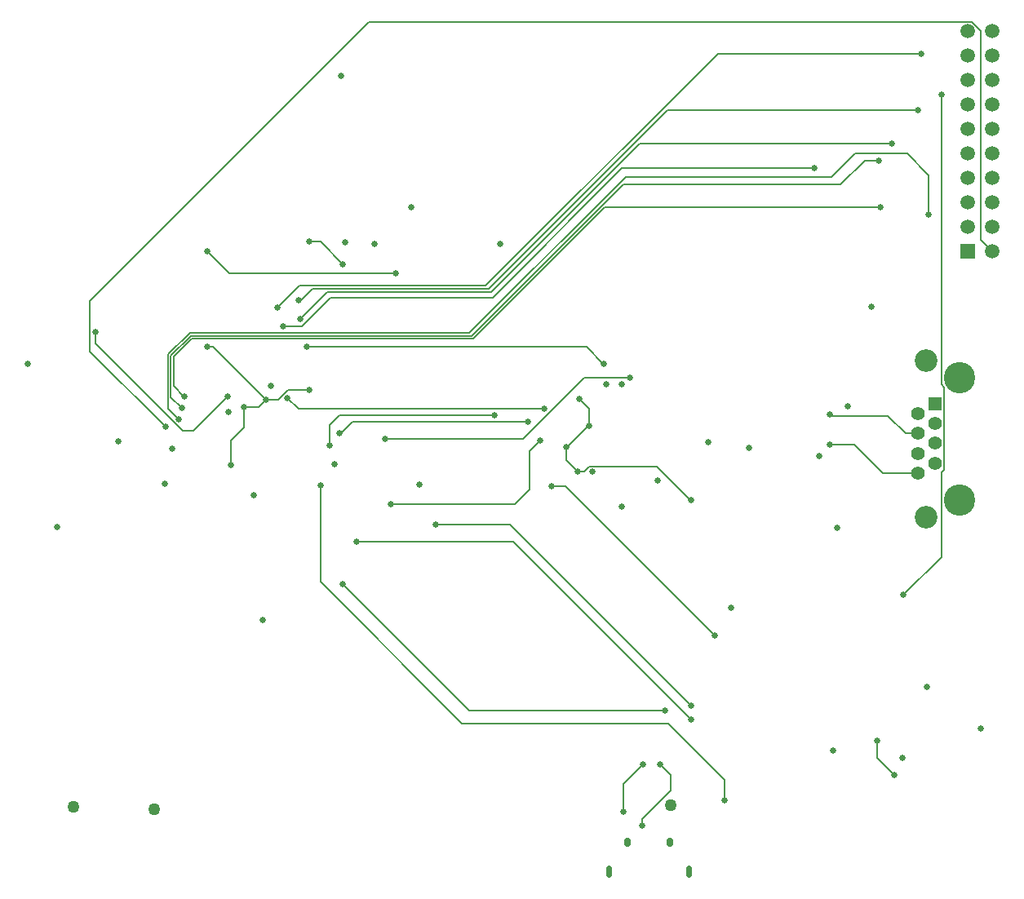
<source format=gbl>
G04*
G04 #@! TF.GenerationSoftware,Altium Limited,Altium Designer,20.1.14 (287)*
G04*
G04 Layer_Physical_Order=4*
G04 Layer_Color=16711680*
%FSLAX25Y25*%
%MOIN*%
G70*
G04*
G04 #@! TF.SameCoordinates,337FD55F-C749-4CE5-A7C0-25B7CD9D1A6A*
G04*
G04*
G04 #@! TF.FilePolarity,Positive*
G04*
G01*
G75*
%ADD14C,0.00600*%
%ADD107C,0.05937*%
%ADD108R,0.05937X0.05937*%
%ADD109C,0.12795*%
%ADD110C,0.05504*%
%ADD111R,0.05504X0.05504*%
%ADD112C,0.09272*%
%ADD113C,0.02500*%
%ADD114C,0.05000*%
%ADD115C,0.02600*%
%ADD116C,0.02400*%
D14*
X372200Y58400D02*
Y65600D01*
Y58400D02*
X379100Y51500D01*
X254500Y194100D02*
Y201100D01*
X250400Y205200D02*
X254500Y201100D01*
X245650Y185500D02*
X254250Y194100D01*
X254500D01*
X245200Y185500D02*
X245650D01*
X309900Y41300D02*
Y49600D01*
X202700Y72700D02*
X286800D01*
X309900Y49600D01*
X144900Y130500D02*
X202700Y72700D01*
X144900Y130500D02*
Y170000D01*
X399517Y176083D02*
Y210035D01*
X398567Y175134D02*
X399517Y176083D01*
X398567Y140667D02*
Y175134D01*
X383000Y125100D02*
X398567Y140667D01*
X50620Y224680D02*
X81500Y193800D01*
X50620Y224680D02*
Y245361D01*
X164628Y359368D01*
X410902D01*
X414591Y355680D01*
Y270209D02*
Y355680D01*
Y270209D02*
X419300Y265500D01*
X144944Y269400D02*
X154022Y260322D01*
X140300Y269400D02*
X144944D01*
X192000Y153800D02*
X222300D01*
X296100Y80000D01*
X296200D01*
X88600Y192100D02*
X92800D01*
X52770Y227930D02*
Y232470D01*
Y227930D02*
X88600Y192100D01*
X82500Y201200D02*
Y223400D01*
Y201200D02*
X86780Y196920D01*
X82500Y223400D02*
X91400Y232300D01*
X86780Y196920D02*
X86820D01*
X83700Y205800D02*
X88100Y201400D01*
X98700Y265606D02*
X107606Y256700D01*
X175600D01*
X212200Y251400D02*
X307100Y346300D01*
X390200D01*
X398500Y211052D02*
Y329600D01*
Y211052D02*
X399517Y210035D01*
X148400Y186400D02*
Y194400D01*
X152500Y198500D02*
X215700D01*
X148400Y194400D02*
X152500Y198500D01*
X108200Y178250D02*
Y188279D01*
X119500Y201900D02*
X122500Y204900D01*
X108200Y188279D02*
X113500Y193579D01*
Y201900D02*
X119500D01*
X113500Y193579D02*
Y201900D01*
X98700Y226400D02*
X101000D01*
X122500Y204900D01*
X208500Y231100D02*
X260900Y283500D01*
X127200Y242400D02*
X136200Y251400D01*
X84900Y222406D02*
X92294Y229800D01*
X91400Y232300D02*
X205700D01*
X91797Y231000D02*
X206600D01*
X205700Y232300D02*
X269400Y296000D01*
X83700Y222903D02*
X91797Y231000D01*
X92294Y229800D02*
X207097D01*
X206600Y231000D02*
X268400Y292800D01*
X208397Y231100D02*
X208500D01*
X207097Y229800D02*
X208397Y231100D01*
X131559Y209000D02*
X140200D01*
X127459Y204900D02*
X131559Y209000D01*
X122500Y204900D02*
X127459D01*
X92800Y192100D02*
X106800Y206100D01*
X282250Y177650D02*
X296000Y163900D01*
X296300D01*
X254627Y177650D02*
X282250D01*
X249800Y175600D02*
X252577D01*
X254627Y177650D01*
X245200Y180200D02*
Y185500D01*
Y180200D02*
X249800Y175600D01*
X230200Y184000D02*
X234400Y188200D01*
X230200Y168100D02*
Y184000D01*
X152700Y191100D02*
X153200D01*
X157900Y195800D01*
X229600D01*
X148400Y186400D02*
X148500Y186300D01*
X215700Y198500D02*
X215900Y198700D01*
X171200Y189000D02*
X227700D01*
X252600Y213900D01*
X154000Y129700D02*
X205700Y78000D01*
X285500D01*
X159400Y146800D02*
X223600D01*
X296300Y74100D02*
X296300D01*
X223600Y146800D02*
X296300Y74100D01*
X131300Y205700D02*
X135800Y201200D01*
X236100D01*
X239300Y169500D02*
X245000D01*
X306000Y108500D01*
X173600Y162100D02*
X224200D01*
X230200Y168100D01*
X84900Y210400D02*
X89000Y206300D01*
X89200D01*
X84900Y210400D02*
Y222406D01*
X83700Y205800D02*
Y222903D01*
X260900Y283500D02*
X373700D01*
X268400Y292800D02*
X357300D01*
X393300Y280500D02*
Y296700D01*
X384400Y305600D02*
X393300Y296700D01*
X353700Y296000D02*
X363300Y305600D01*
X269400Y296000D02*
X353700D01*
X363300Y305600D02*
X384400D01*
X268000Y299600D02*
X346700D01*
X215100Y246700D02*
X268000Y299600D01*
X357300Y292800D02*
X367200Y302700D01*
X372800D01*
X260300Y219700D02*
X260700D01*
X139100Y226400D02*
X253600D01*
X260300Y219700D01*
X129700Y234862D02*
X137162D01*
X149000Y246700D01*
X215100D01*
X136700Y237900D02*
X147700Y248900D01*
X214700D01*
X275200Y309400D01*
X378200D01*
X136000Y245700D02*
X136900D01*
X141400Y250200D01*
X213600D02*
X286700Y323300D01*
X141400Y250200D02*
X213600D01*
X286700Y323300D02*
X389000D01*
X136200Y251400D02*
X212200D01*
X252600Y213900D02*
X271300D01*
X287900Y45250D02*
Y51600D01*
X276300Y33650D02*
X287900Y45250D01*
X276300Y31000D02*
Y33650D01*
X283600Y55900D02*
X287900Y51600D01*
X268600Y36500D02*
Y48000D01*
X276400Y55800D01*
X354202Y198300D02*
X376600D01*
X383845Y191055D02*
X388857D01*
X376600Y198300D02*
X383845Y191055D01*
X352900Y198800D02*
X353263Y198436D01*
X354065D01*
X354202Y198300D01*
X352800Y186500D02*
X363000D01*
X374508Y174992D02*
X388857D01*
X363000Y186500D02*
X374508Y174992D01*
D107*
X419300Y355500D02*
D03*
Y345500D02*
D03*
Y335500D02*
D03*
Y325500D02*
D03*
Y315500D02*
D03*
Y305500D02*
D03*
Y295500D02*
D03*
Y285500D02*
D03*
Y275500D02*
D03*
Y265500D02*
D03*
X409300Y355500D02*
D03*
Y345500D02*
D03*
Y335500D02*
D03*
Y325500D02*
D03*
Y315500D02*
D03*
Y305500D02*
D03*
Y295500D02*
D03*
Y285500D02*
D03*
Y275500D02*
D03*
D108*
Y265500D02*
D03*
D109*
X405865Y164008D02*
D03*
Y214008D02*
D03*
D110*
X388857Y174992D02*
D03*
X395865Y179008D02*
D03*
X388857Y183024D02*
D03*
X395865Y187039D02*
D03*
X388857Y191055D02*
D03*
X395865Y195071D02*
D03*
X388857Y199087D02*
D03*
D111*
X395865Y203102D02*
D03*
D112*
X392361Y157000D02*
D03*
Y221016D02*
D03*
D113*
X379100Y51500D02*
D03*
X372200Y65600D02*
D03*
X254500Y194100D02*
D03*
X37100Y152800D02*
D03*
X25100Y219500D02*
D03*
X153100Y337200D02*
D03*
X309900Y41300D02*
D03*
X296200Y80000D02*
D03*
X382700Y58500D02*
D03*
X319800Y185200D02*
D03*
X81500Y193800D02*
D03*
X84370Y184995D02*
D03*
X52770Y232470D02*
D03*
X88100Y201400D02*
D03*
X86820Y196920D02*
D03*
X98700Y265606D02*
D03*
X398500Y329600D02*
D03*
X154022Y260322D02*
D03*
X140300Y269400D02*
D03*
X154820Y269320D02*
D03*
X108200Y178250D02*
D03*
X121100Y114800D02*
D03*
X113500Y201900D02*
D03*
X175600Y256700D02*
D03*
X98700Y226400D02*
D03*
X127200Y242400D02*
D03*
X140200Y209000D02*
D03*
X122500Y204900D02*
D03*
X124700Y210500D02*
D03*
X107353Y199929D02*
D03*
X106800Y206100D02*
D03*
X383000Y125100D02*
D03*
X296300Y163900D02*
D03*
X282600Y171800D02*
D03*
X245200Y185500D02*
D03*
X234400Y188200D02*
D03*
X249800Y175600D02*
D03*
X250400Y205200D02*
D03*
X261400Y211200D02*
D03*
X267800D02*
D03*
X256000Y175500D02*
D03*
X414400Y70500D02*
D03*
X152700Y191100D02*
D03*
X148500Y186300D02*
D03*
X229600Y195800D02*
D03*
X215900Y198700D02*
D03*
X171200Y189000D02*
D03*
X144900Y170000D02*
D03*
X150500Y178500D02*
D03*
X154000Y129700D02*
D03*
X285500Y78000D02*
D03*
X296300Y74100D02*
D03*
X192000Y153800D02*
D03*
X131300Y205700D02*
D03*
X236100Y201200D02*
D03*
X218300Y268700D02*
D03*
X185150Y170250D02*
D03*
X239300Y169500D02*
D03*
X306000Y108500D02*
D03*
X89200Y206300D02*
D03*
X159400Y146800D02*
D03*
X393300Y280500D02*
D03*
X346700Y299600D02*
D03*
X372800Y302700D02*
D03*
X373700Y283500D02*
D03*
X129700Y234862D02*
D03*
X136700Y237900D02*
D03*
X139100Y226400D02*
D03*
X136000Y245700D02*
D03*
X260700Y219700D02*
D03*
X378200Y309400D02*
D03*
X389000Y323300D02*
D03*
X390200Y346300D02*
D03*
X173600Y162100D02*
D03*
X271300Y213900D02*
D03*
X81300Y170500D02*
D03*
X182000Y283600D02*
D03*
X166800Y268500D02*
D03*
X354100Y61400D02*
D03*
X392400Y87700D02*
D03*
X370000Y242800D02*
D03*
X360200Y202200D02*
D03*
X355900Y152500D02*
D03*
X348400Y181800D02*
D03*
X303100Y187700D02*
D03*
X267900Y161100D02*
D03*
X117500Y165900D02*
D03*
X62100Y188000D02*
D03*
X276300Y31000D02*
D03*
X283600Y55900D02*
D03*
X268600Y36500D02*
D03*
X276400Y55800D02*
D03*
X352800Y186500D02*
D03*
X352900Y198800D02*
D03*
X312500Y119900D02*
D03*
D114*
X288000Y39200D02*
D03*
X43800Y38600D02*
D03*
X77000Y37500D02*
D03*
D115*
X270168Y23617D02*
Y24405D01*
X287687Y23617D02*
Y24405D01*
D116*
X295365Y10822D02*
Y13578D01*
X262491Y10822D02*
Y13578D01*
M02*

</source>
